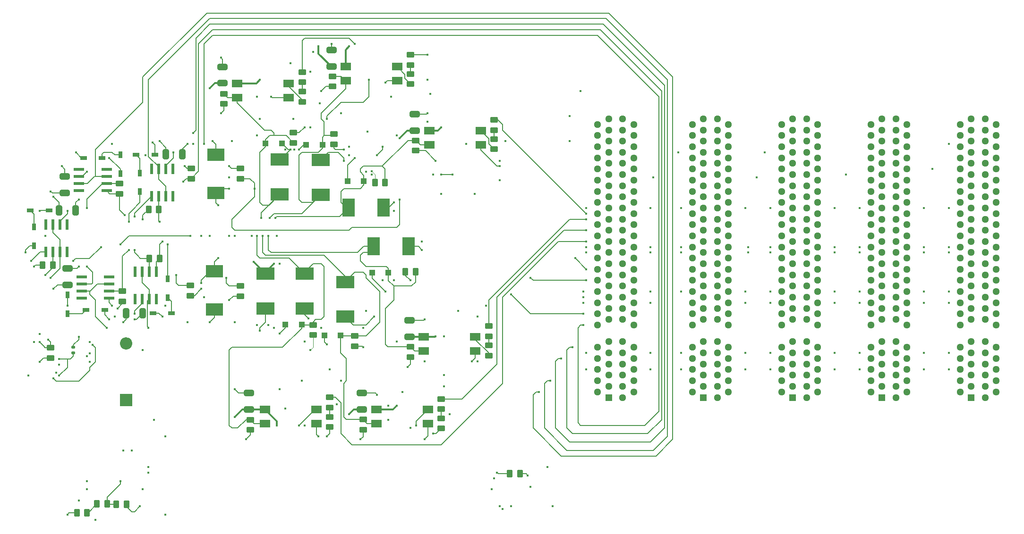
<source format=gbl>
G04 #@! TF.GenerationSoftware,KiCad,Pcbnew,8.0.1*
G04 #@! TF.CreationDate,2024-04-11T19:40:34-05:00*
G04 #@! TF.ProjectId,Backplane,4261636b-706c-4616-9e65-2e6b69636164,rev?*
G04 #@! TF.SameCoordinates,Original*
G04 #@! TF.FileFunction,Copper,L4,Bot*
G04 #@! TF.FilePolarity,Positive*
%FSLAX46Y46*%
G04 Gerber Fmt 4.6, Leading zero omitted, Abs format (unit mm)*
G04 Created by KiCad (PCBNEW 8.0.1) date 2024-04-11 19:40:34*
%MOMM*%
%LPD*%
G01*
G04 APERTURE LIST*
G04 Aperture macros list*
%AMRoundRect*
0 Rectangle with rounded corners*
0 $1 Rounding radius*
0 $2 $3 $4 $5 $6 $7 $8 $9 X,Y pos of 4 corners*
0 Add a 4 corners polygon primitive as box body*
4,1,4,$2,$3,$4,$5,$6,$7,$8,$9,$2,$3,0*
0 Add four circle primitives for the rounded corners*
1,1,$1+$1,$2,$3*
1,1,$1+$1,$4,$5*
1,1,$1+$1,$6,$7*
1,1,$1+$1,$8,$9*
0 Add four rect primitives between the rounded corners*
20,1,$1+$1,$2,$3,$4,$5,0*
20,1,$1+$1,$4,$5,$6,$7,0*
20,1,$1+$1,$6,$7,$8,$9,0*
20,1,$1+$1,$8,$9,$2,$3,0*%
G04 Aperture macros list end*
G04 #@! TA.AperFunction,ComponentPad*
%ADD10R,1.288000X1.288000*%
G04 #@! TD*
G04 #@! TA.AperFunction,ComponentPad*
%ADD11C,1.288000*%
G04 #@! TD*
G04 #@! TA.AperFunction,ComponentPad*
%ADD12O,2.200000X2.200000*%
G04 #@! TD*
G04 #@! TA.AperFunction,ComponentPad*
%ADD13R,2.200000X2.200000*%
G04 #@! TD*
G04 #@! TA.AperFunction,SMDPad,CuDef*
%ADD14R,1.955800X1.346200*%
G04 #@! TD*
G04 #@! TA.AperFunction,SMDPad,CuDef*
%ADD15RoundRect,0.250000X0.450000X-0.262500X0.450000X0.262500X-0.450000X0.262500X-0.450000X-0.262500X0*%
G04 #@! TD*
G04 #@! TA.AperFunction,SMDPad,CuDef*
%ADD16RoundRect,0.250000X-0.262500X-0.450000X0.262500X-0.450000X0.262500X0.450000X-0.262500X0.450000X0*%
G04 #@! TD*
G04 #@! TA.AperFunction,SMDPad,CuDef*
%ADD17R,3.120000X2.290000*%
G04 #@! TD*
G04 #@! TA.AperFunction,SMDPad,CuDef*
%ADD18RoundRect,0.250000X0.650000X-0.325000X0.650000X0.325000X-0.650000X0.325000X-0.650000X-0.325000X0*%
G04 #@! TD*
G04 #@! TA.AperFunction,SMDPad,CuDef*
%ADD19R,0.730000X1.210000*%
G04 #@! TD*
G04 #@! TA.AperFunction,SMDPad,CuDef*
%ADD20R,0.558800X1.981200*%
G04 #@! TD*
G04 #@! TA.AperFunction,SMDPad,CuDef*
%ADD21RoundRect,0.250000X-0.450000X0.262500X-0.450000X-0.262500X0.450000X-0.262500X0.450000X0.262500X0*%
G04 #@! TD*
G04 #@! TA.AperFunction,SMDPad,CuDef*
%ADD22RoundRect,0.250000X-0.325000X-0.650000X0.325000X-0.650000X0.325000X0.650000X-0.325000X0.650000X0*%
G04 #@! TD*
G04 #@! TA.AperFunction,SMDPad,CuDef*
%ADD23R,2.184400X3.200400*%
G04 #@! TD*
G04 #@! TA.AperFunction,SMDPad,CuDef*
%ADD24R,1.210000X0.730000*%
G04 #@! TD*
G04 #@! TA.AperFunction,SMDPad,CuDef*
%ADD25R,1.981200X0.558800*%
G04 #@! TD*
G04 #@! TA.AperFunction,SMDPad,CuDef*
%ADD26R,3.200400X2.184400*%
G04 #@! TD*
G04 #@! TA.AperFunction,SMDPad,CuDef*
%ADD27RoundRect,0.250000X-0.650000X0.325000X-0.650000X-0.325000X0.650000X-0.325000X0.650000X0.325000X0*%
G04 #@! TD*
G04 #@! TA.AperFunction,SMDPad,CuDef*
%ADD28R,1.092200X0.990600*%
G04 #@! TD*
G04 #@! TA.AperFunction,SMDPad,CuDef*
%ADD29RoundRect,0.250000X0.262500X0.450000X-0.262500X0.450000X-0.262500X-0.450000X0.262500X-0.450000X0*%
G04 #@! TD*
G04 #@! TA.AperFunction,SMDPad,CuDef*
%ADD30RoundRect,0.250000X0.325000X0.650000X-0.325000X0.650000X-0.325000X-0.650000X0.325000X-0.650000X0*%
G04 #@! TD*
G04 #@! TA.AperFunction,SMDPad,CuDef*
%ADD31RoundRect,0.135000X0.185000X-0.135000X0.185000X0.135000X-0.185000X0.135000X-0.185000X-0.135000X0*%
G04 #@! TD*
G04 #@! TA.AperFunction,ViaPad*
%ADD32C,0.450000*%
G04 #@! TD*
G04 #@! TA.AperFunction,Conductor*
%ADD33C,0.200000*%
G04 #@! TD*
G04 #@! TA.AperFunction,Conductor*
%ADD34C,0.100000*%
G04 #@! TD*
G04 #@! TA.AperFunction,Conductor*
%ADD35C,0.150000*%
G04 #@! TD*
G04 #@! TA.AperFunction,Conductor*
%ADD36C,0.300000*%
G04 #@! TD*
G04 APERTURE END LIST*
D10*
X323500000Y-115000000D03*
D11*
X321500000Y-114000000D03*
X323500000Y-113000000D03*
X321500000Y-112000000D03*
X323500000Y-111000000D03*
X321500000Y-110000000D03*
X323500000Y-109000000D03*
X321500000Y-108000000D03*
X323500000Y-107000000D03*
X321500000Y-106000000D03*
X323500000Y-105000000D03*
X321500000Y-102000000D03*
X323500000Y-101000000D03*
X321500000Y-100000000D03*
X323500000Y-99000000D03*
X321500000Y-98000000D03*
X323500000Y-97000000D03*
X321500000Y-96000000D03*
X323500000Y-95000000D03*
X321500000Y-94000000D03*
X323500000Y-93000000D03*
X321500000Y-92000000D03*
X323500000Y-91000000D03*
X321500000Y-90000000D03*
X323500000Y-89000000D03*
X321500000Y-88000000D03*
X323500000Y-87000000D03*
X321500000Y-86000000D03*
X323500000Y-85000000D03*
X321500000Y-84000000D03*
X323500000Y-83000000D03*
X321500000Y-82000000D03*
X323500000Y-81000000D03*
X321500000Y-80000000D03*
X323500000Y-79000000D03*
X321500000Y-78000000D03*
X323500000Y-77000000D03*
X321500000Y-76000000D03*
X323500000Y-75000000D03*
X321500000Y-74000000D03*
X323500000Y-73000000D03*
X321500000Y-72000000D03*
X323500000Y-71000000D03*
X321500000Y-70000000D03*
X323500000Y-69000000D03*
X321500000Y-68000000D03*
X323500000Y-67000000D03*
X321500000Y-66000000D03*
X323500000Y-65000000D03*
X326000000Y-115000000D03*
X328000000Y-114000000D03*
X326000000Y-113000000D03*
X328000000Y-112000000D03*
X326000000Y-111000000D03*
X328000000Y-110000000D03*
X326000000Y-109000000D03*
X328000000Y-108000000D03*
X326000000Y-107000000D03*
X328000000Y-106000000D03*
X326000000Y-105000000D03*
X328000000Y-102000000D03*
X326000000Y-101000000D03*
X328000000Y-100000000D03*
X326000000Y-99000000D03*
X328000000Y-98000000D03*
X326000000Y-97000000D03*
X328000000Y-96000000D03*
X326000000Y-95000000D03*
X328000000Y-94000000D03*
X326000000Y-93000000D03*
X328000000Y-92000000D03*
X326000000Y-91000000D03*
X328000000Y-90000000D03*
X326000000Y-89000000D03*
X328000000Y-88000000D03*
X326000000Y-87000000D03*
X328000000Y-86000000D03*
X326000000Y-85000000D03*
X328000000Y-84000000D03*
X326000000Y-83000000D03*
X328000000Y-82000000D03*
X326000000Y-81000000D03*
X328000000Y-80000000D03*
X326000000Y-79000000D03*
X328000000Y-78000000D03*
X326000000Y-77000000D03*
X328000000Y-76000000D03*
X326000000Y-75000000D03*
X328000000Y-74000000D03*
X326000000Y-73000000D03*
X328000000Y-72000000D03*
X326000000Y-71000000D03*
X328000000Y-70000000D03*
X326000000Y-69000000D03*
X328000000Y-68000000D03*
X326000000Y-67000000D03*
X328000000Y-66000000D03*
X326000000Y-65000000D03*
D10*
X258500000Y-115000000D03*
D11*
X256500000Y-114000000D03*
X258500000Y-113000000D03*
X256500000Y-112000000D03*
X258500000Y-111000000D03*
X256500000Y-110000000D03*
X258500000Y-109000000D03*
X256500000Y-108000000D03*
X258500000Y-107000000D03*
X256500000Y-106000000D03*
X258500000Y-105000000D03*
X256500000Y-102000000D03*
X258500000Y-101000000D03*
X256500000Y-100000000D03*
X258500000Y-99000000D03*
X256500000Y-98000000D03*
X258500000Y-97000000D03*
X256500000Y-96000000D03*
X258500000Y-95000000D03*
X256500000Y-94000000D03*
X258500000Y-93000000D03*
X256500000Y-92000000D03*
X258500000Y-91000000D03*
X256500000Y-90000000D03*
X258500000Y-89000000D03*
X256500000Y-88000000D03*
X258500000Y-87000000D03*
X256500000Y-86000000D03*
X258500000Y-85000000D03*
X256500000Y-84000000D03*
X258500000Y-83000000D03*
X256500000Y-82000000D03*
X258500000Y-81000000D03*
X256500000Y-80000000D03*
X258500000Y-79000000D03*
X256500000Y-78000000D03*
X258500000Y-77000000D03*
X256500000Y-76000000D03*
X258500000Y-75000000D03*
X256500000Y-74000000D03*
X258500000Y-73000000D03*
X256500000Y-72000000D03*
X258500000Y-71000000D03*
X256500000Y-70000000D03*
X258500000Y-69000000D03*
X256500000Y-68000000D03*
X258500000Y-67000000D03*
X256500000Y-66000000D03*
X258500000Y-65000000D03*
X261000000Y-115000000D03*
X263000000Y-114000000D03*
X261000000Y-113000000D03*
X263000000Y-112000000D03*
X261000000Y-111000000D03*
X263000000Y-110000000D03*
X261000000Y-109000000D03*
X263000000Y-108000000D03*
X261000000Y-107000000D03*
X263000000Y-106000000D03*
X261000000Y-105000000D03*
X263000000Y-102000000D03*
X261000000Y-101000000D03*
X263000000Y-100000000D03*
X261000000Y-99000000D03*
X263000000Y-98000000D03*
X261000000Y-97000000D03*
X263000000Y-96000000D03*
X261000000Y-95000000D03*
X263000000Y-94000000D03*
X261000000Y-93000000D03*
X263000000Y-92000000D03*
X261000000Y-91000000D03*
X263000000Y-90000000D03*
X261000000Y-89000000D03*
X263000000Y-88000000D03*
X261000000Y-87000000D03*
X263000000Y-86000000D03*
X261000000Y-85000000D03*
X263000000Y-84000000D03*
X261000000Y-83000000D03*
X263000000Y-82000000D03*
X261000000Y-81000000D03*
X263000000Y-80000000D03*
X261000000Y-79000000D03*
X263000000Y-78000000D03*
X261000000Y-77000000D03*
X263000000Y-76000000D03*
X261000000Y-75000000D03*
X263000000Y-74000000D03*
X261000000Y-73000000D03*
X263000000Y-72000000D03*
X261000000Y-71000000D03*
X263000000Y-70000000D03*
X261000000Y-69000000D03*
X263000000Y-68000000D03*
X261000000Y-67000000D03*
X263000000Y-66000000D03*
X261000000Y-65000000D03*
D10*
X275500000Y-115000000D03*
D11*
X273500000Y-114000000D03*
X275500000Y-113000000D03*
X273500000Y-112000000D03*
X275500000Y-111000000D03*
X273500000Y-110000000D03*
X275500000Y-109000000D03*
X273500000Y-108000000D03*
X275500000Y-107000000D03*
X273500000Y-106000000D03*
X275500000Y-105000000D03*
X273500000Y-102000000D03*
X275500000Y-101000000D03*
X273500000Y-100000000D03*
X275500000Y-99000000D03*
X273500000Y-98000000D03*
X275500000Y-97000000D03*
X273500000Y-96000000D03*
X275500000Y-95000000D03*
X273500000Y-94000000D03*
X275500000Y-93000000D03*
X273500000Y-92000000D03*
X275500000Y-91000000D03*
X273500000Y-90000000D03*
X275500000Y-89000000D03*
X273500000Y-88000000D03*
X275500000Y-87000000D03*
X273500000Y-86000000D03*
X275500000Y-85000000D03*
X273500000Y-84000000D03*
X275500000Y-83000000D03*
X273500000Y-82000000D03*
X275500000Y-81000000D03*
X273500000Y-80000000D03*
X275500000Y-79000000D03*
X273500000Y-78000000D03*
X275500000Y-77000000D03*
X273500000Y-76000000D03*
X275500000Y-75000000D03*
X273500000Y-74000000D03*
X275500000Y-73000000D03*
X273500000Y-72000000D03*
X275500000Y-71000000D03*
X273500000Y-70000000D03*
X275500000Y-69000000D03*
X273500000Y-68000000D03*
X275500000Y-67000000D03*
X273500000Y-66000000D03*
X275500000Y-65000000D03*
X278000000Y-115000000D03*
X280000000Y-114000000D03*
X278000000Y-113000000D03*
X280000000Y-112000000D03*
X278000000Y-111000000D03*
X280000000Y-110000000D03*
X278000000Y-109000000D03*
X280000000Y-108000000D03*
X278000000Y-107000000D03*
X280000000Y-106000000D03*
X278000000Y-105000000D03*
X280000000Y-102000000D03*
X278000000Y-101000000D03*
X280000000Y-100000000D03*
X278000000Y-99000000D03*
X280000000Y-98000000D03*
X278000000Y-97000000D03*
X280000000Y-96000000D03*
X278000000Y-95000000D03*
X280000000Y-94000000D03*
X278000000Y-93000000D03*
X280000000Y-92000000D03*
X278000000Y-91000000D03*
X280000000Y-90000000D03*
X278000000Y-89000000D03*
X280000000Y-88000000D03*
X278000000Y-87000000D03*
X280000000Y-86000000D03*
X278000000Y-85000000D03*
X280000000Y-84000000D03*
X278000000Y-83000000D03*
X280000000Y-82000000D03*
X278000000Y-81000000D03*
X280000000Y-80000000D03*
X278000000Y-79000000D03*
X280000000Y-78000000D03*
X278000000Y-77000000D03*
X280000000Y-76000000D03*
X278000000Y-75000000D03*
X280000000Y-74000000D03*
X278000000Y-73000000D03*
X280000000Y-72000000D03*
X278000000Y-71000000D03*
X280000000Y-70000000D03*
X278000000Y-69000000D03*
X280000000Y-68000000D03*
X278000000Y-67000000D03*
X280000000Y-66000000D03*
X278000000Y-65000000D03*
D10*
X307500000Y-115000000D03*
D11*
X305500000Y-114000000D03*
X307500000Y-113000000D03*
X305500000Y-112000000D03*
X307500000Y-111000000D03*
X305500000Y-110000000D03*
X307500000Y-109000000D03*
X305500000Y-108000000D03*
X307500000Y-107000000D03*
X305500000Y-106000000D03*
X307500000Y-105000000D03*
X305500000Y-102000000D03*
X307500000Y-101000000D03*
X305500000Y-100000000D03*
X307500000Y-99000000D03*
X305500000Y-98000000D03*
X307500000Y-97000000D03*
X305500000Y-96000000D03*
X307500000Y-95000000D03*
X305500000Y-94000000D03*
X307500000Y-93000000D03*
X305500000Y-92000000D03*
X307500000Y-91000000D03*
X305500000Y-90000000D03*
X307500000Y-89000000D03*
X305500000Y-88000000D03*
X307500000Y-87000000D03*
X305500000Y-86000000D03*
X307500000Y-85000000D03*
X305500000Y-84000000D03*
X307500000Y-83000000D03*
X305500000Y-82000000D03*
X307500000Y-81000000D03*
X305500000Y-80000000D03*
X307500000Y-79000000D03*
X305500000Y-78000000D03*
X307500000Y-77000000D03*
X305500000Y-76000000D03*
X307500000Y-75000000D03*
X305500000Y-74000000D03*
X307500000Y-73000000D03*
X305500000Y-72000000D03*
X307500000Y-71000000D03*
X305500000Y-70000000D03*
X307500000Y-69000000D03*
X305500000Y-68000000D03*
X307500000Y-67000000D03*
X305500000Y-66000000D03*
X307500000Y-65000000D03*
X310000000Y-115000000D03*
X312000000Y-114000000D03*
X310000000Y-113000000D03*
X312000000Y-112000000D03*
X310000000Y-111000000D03*
X312000000Y-110000000D03*
X310000000Y-109000000D03*
X312000000Y-108000000D03*
X310000000Y-107000000D03*
X312000000Y-106000000D03*
X310000000Y-105000000D03*
X312000000Y-102000000D03*
X310000000Y-101000000D03*
X312000000Y-100000000D03*
X310000000Y-99000000D03*
X312000000Y-98000000D03*
X310000000Y-97000000D03*
X312000000Y-96000000D03*
X310000000Y-95000000D03*
X312000000Y-94000000D03*
X310000000Y-93000000D03*
X312000000Y-92000000D03*
X310000000Y-91000000D03*
X312000000Y-90000000D03*
X310000000Y-89000000D03*
X312000000Y-88000000D03*
X310000000Y-87000000D03*
X312000000Y-86000000D03*
X310000000Y-85000000D03*
X312000000Y-84000000D03*
X310000000Y-83000000D03*
X312000000Y-82000000D03*
X310000000Y-81000000D03*
X312000000Y-80000000D03*
X310000000Y-79000000D03*
X312000000Y-78000000D03*
X310000000Y-77000000D03*
X312000000Y-76000000D03*
X310000000Y-75000000D03*
X312000000Y-74000000D03*
X310000000Y-73000000D03*
X312000000Y-72000000D03*
X310000000Y-71000000D03*
X312000000Y-70000000D03*
X310000000Y-69000000D03*
X312000000Y-68000000D03*
X310000000Y-67000000D03*
X312000000Y-66000000D03*
X310000000Y-65000000D03*
D10*
X291500000Y-115000000D03*
D11*
X289500000Y-114000000D03*
X291500000Y-113000000D03*
X289500000Y-112000000D03*
X291500000Y-111000000D03*
X289500000Y-110000000D03*
X291500000Y-109000000D03*
X289500000Y-108000000D03*
X291500000Y-107000000D03*
X289500000Y-106000000D03*
X291500000Y-105000000D03*
X289500000Y-102000000D03*
X291500000Y-101000000D03*
X289500000Y-100000000D03*
X291500000Y-99000000D03*
X289500000Y-98000000D03*
X291500000Y-97000000D03*
X289500000Y-96000000D03*
X291500000Y-95000000D03*
X289500000Y-94000000D03*
X291500000Y-93000000D03*
X289500000Y-92000000D03*
X291500000Y-91000000D03*
X289500000Y-90000000D03*
X291500000Y-89000000D03*
X289500000Y-88000000D03*
X291500000Y-87000000D03*
X289500000Y-86000000D03*
X291500000Y-85000000D03*
X289500000Y-84000000D03*
X291500000Y-83000000D03*
X289500000Y-82000000D03*
X291500000Y-81000000D03*
X289500000Y-80000000D03*
X291500000Y-79000000D03*
X289500000Y-78000000D03*
X291500000Y-77000000D03*
X289500000Y-76000000D03*
X291500000Y-75000000D03*
X289500000Y-74000000D03*
X291500000Y-73000000D03*
X289500000Y-72000000D03*
X291500000Y-71000000D03*
X289500000Y-70000000D03*
X291500000Y-69000000D03*
X289500000Y-68000000D03*
X291500000Y-67000000D03*
X289500000Y-66000000D03*
X291500000Y-65000000D03*
X294000000Y-115000000D03*
X296000000Y-114000000D03*
X294000000Y-113000000D03*
X296000000Y-112000000D03*
X294000000Y-111000000D03*
X296000000Y-110000000D03*
X294000000Y-109000000D03*
X296000000Y-108000000D03*
X294000000Y-107000000D03*
X296000000Y-106000000D03*
X294000000Y-105000000D03*
X296000000Y-102000000D03*
X294000000Y-101000000D03*
X296000000Y-100000000D03*
X294000000Y-99000000D03*
X296000000Y-98000000D03*
X294000000Y-97000000D03*
X296000000Y-96000000D03*
X294000000Y-95000000D03*
X296000000Y-94000000D03*
X294000000Y-93000000D03*
X296000000Y-92000000D03*
X294000000Y-91000000D03*
X296000000Y-90000000D03*
X294000000Y-89000000D03*
X296000000Y-88000000D03*
X294000000Y-87000000D03*
X296000000Y-86000000D03*
X294000000Y-85000000D03*
X296000000Y-84000000D03*
X294000000Y-83000000D03*
X296000000Y-82000000D03*
X294000000Y-81000000D03*
X296000000Y-80000000D03*
X294000000Y-79000000D03*
X296000000Y-78000000D03*
X294000000Y-77000000D03*
X296000000Y-76000000D03*
X294000000Y-75000000D03*
X296000000Y-74000000D03*
X294000000Y-73000000D03*
X296000000Y-72000000D03*
X294000000Y-71000000D03*
X296000000Y-70000000D03*
X294000000Y-69000000D03*
X296000000Y-68000000D03*
X294000000Y-67000000D03*
X296000000Y-66000000D03*
X294000000Y-65000000D03*
D12*
X172000000Y-105340000D03*
D13*
X172000000Y-115500000D03*
D14*
X201110101Y-58629999D03*
X201110101Y-61169999D03*
X191889901Y-61169999D03*
X191889901Y-58629999D03*
D15*
X237963098Y-70454999D03*
X237963098Y-68629999D03*
D16*
X216587501Y-76399999D03*
X218412501Y-76399999D03*
D17*
X187860404Y-99244397D03*
X187860404Y-92384397D03*
D18*
X222824034Y-104141695D03*
X222824034Y-101191695D03*
D16*
X157022528Y-91244660D03*
X158847528Y-91244660D03*
D15*
X237009453Y-107462544D03*
X237009453Y-105637544D03*
D19*
X174500001Y-74719999D03*
X174500001Y-78079999D03*
D20*
X161405001Y-88863799D03*
X160135001Y-88863799D03*
X158865001Y-88863799D03*
X157595001Y-88863799D03*
X157595001Y-83936199D03*
X158865001Y-83936199D03*
X160135001Y-83936199D03*
X161405001Y-83936199D03*
D19*
X170992247Y-74827096D03*
X170992247Y-71467096D03*
D15*
X223000001Y-55312499D03*
X223000001Y-53487499D03*
X222975069Y-107718259D03*
X222975069Y-105893259D03*
D14*
X235610101Y-67129999D03*
X235610101Y-69669999D03*
X226389901Y-69669999D03*
X226389901Y-67129999D03*
D15*
X205500001Y-103812499D03*
X205500001Y-101987499D03*
D16*
X222087501Y-92399999D03*
X223912501Y-92399999D03*
D21*
X202000001Y-67487499D03*
X202000001Y-69312499D03*
D15*
X209270325Y-69558957D03*
X209270325Y-67733957D03*
D19*
X155500001Y-84399999D03*
X155500001Y-87759999D03*
D22*
X179135286Y-71345528D03*
X182085286Y-71345528D03*
D15*
X158500000Y-107902500D03*
X158500000Y-106077500D03*
D20*
X173595001Y-92436199D03*
X174865001Y-92436199D03*
X176135001Y-92436199D03*
X177405001Y-92436199D03*
X177405001Y-97363799D03*
X176135001Y-97363799D03*
X174865001Y-97363799D03*
X173595001Y-97363799D03*
D21*
X183680001Y-73899999D03*
X183680001Y-75724999D03*
D15*
X170837129Y-78454475D03*
X170837129Y-76629475D03*
D23*
X216375801Y-87899999D03*
X222624201Y-87899999D03*
D15*
X213000001Y-105812499D03*
X213000001Y-103987499D03*
D24*
X177180001Y-71399999D03*
X173820001Y-71399999D03*
X167716201Y-71994999D03*
X164356201Y-71994999D03*
D25*
X168963801Y-93399999D03*
X168963801Y-94669999D03*
X168963801Y-95939999D03*
X168963801Y-97209999D03*
X164036201Y-97209999D03*
X164036201Y-95939999D03*
X164036201Y-94669999D03*
X164036201Y-93399999D03*
D18*
X161500001Y-94779999D03*
X161500001Y-91829999D03*
D15*
X228481375Y-120573255D03*
X228481375Y-118748255D03*
D26*
X199558728Y-78566143D03*
X199558728Y-72317743D03*
D16*
X170249488Y-134152359D03*
X172074488Y-134152359D03*
D18*
X208805649Y-55622331D03*
X208805649Y-52672331D03*
D15*
X237018451Y-103992157D03*
X237018451Y-102167157D03*
D25*
X168500001Y-74089999D03*
X168500001Y-75359999D03*
X168500001Y-76629999D03*
X168500001Y-77899999D03*
X163572401Y-77899999D03*
X163572401Y-76629999D03*
X163572401Y-75359999D03*
X163572401Y-74089999D03*
D26*
X206853470Y-78615556D03*
X206853470Y-72367156D03*
D27*
X161021549Y-75367903D03*
X161021549Y-78317903D03*
D19*
X161500001Y-96624999D03*
X161500001Y-99984999D03*
D28*
X219030366Y-92571494D03*
X216083966Y-92571494D03*
D29*
X177987760Y-90063992D03*
X176162760Y-90063992D03*
D28*
X214634566Y-76169550D03*
X211688166Y-76169550D03*
D15*
X228481375Y-117094088D03*
X228481375Y-115269088D03*
X203557327Y-58425495D03*
X203557327Y-56600495D03*
D26*
X197000001Y-92775799D03*
X197000001Y-99024199D03*
D17*
X188099616Y-71464622D03*
X188099616Y-78324622D03*
D23*
X211875801Y-80899999D03*
X218124201Y-80899999D03*
D24*
X176798022Y-99845527D03*
X180158022Y-99845527D03*
D14*
X226110101Y-117129999D03*
X226110101Y-119669999D03*
X216889901Y-119669999D03*
X216889901Y-117129999D03*
D15*
X208500001Y-120312499D03*
X208500001Y-118487499D03*
D18*
X194042016Y-117148523D03*
X194042016Y-114198523D03*
D30*
X174975001Y-99899999D03*
X172025001Y-99899999D03*
D31*
X162500000Y-107000000D03*
X162500000Y-105980000D03*
D20*
X180405001Y-78863799D03*
X179135001Y-78863799D03*
X177865001Y-78863799D03*
X176595001Y-78863799D03*
X176595001Y-73936199D03*
X177865001Y-73936199D03*
X179135001Y-73936199D03*
X180405001Y-73936199D03*
D15*
X208500001Y-116812499D03*
X208500001Y-114987499D03*
D16*
X163195032Y-135696515D03*
X165020032Y-135696515D03*
D15*
X223013660Y-58759518D03*
X223013660Y-56934518D03*
X237967326Y-67007126D03*
X237967326Y-65182126D03*
D18*
X223768679Y-67132901D03*
X223768679Y-64182901D03*
D15*
X203557327Y-61916182D03*
X203557327Y-60091182D03*
D24*
X158180001Y-81399999D03*
X154820001Y-81399999D03*
D29*
X242603372Y-128694182D03*
X240778372Y-128694182D03*
D15*
X194284402Y-120812499D03*
X194284402Y-118987499D03*
D28*
X210473201Y-103899999D03*
X207526801Y-103899999D03*
D14*
X234610101Y-104129999D03*
X234610101Y-106669999D03*
X225389901Y-106669999D03*
X225389901Y-104129999D03*
D22*
X160025001Y-81399999D03*
X162975001Y-81399999D03*
D15*
X171367739Y-97764136D03*
X171367739Y-95939136D03*
D26*
X211254190Y-94269128D03*
X211254190Y-100517528D03*
D15*
X208981514Y-59167079D03*
X208981514Y-57342079D03*
D28*
X203473201Y-101899999D03*
X200526801Y-101899999D03*
D15*
X214474753Y-120794170D03*
X214474753Y-118969170D03*
D26*
X204000001Y-92775799D03*
X204000001Y-99024199D03*
D18*
X189304085Y-58608534D03*
X189304085Y-55658534D03*
D28*
X207206982Y-69662111D03*
X204260582Y-69662111D03*
D15*
X183500001Y-96724999D03*
X183500001Y-94899999D03*
X192500001Y-96812499D03*
X192500001Y-94987499D03*
D16*
X166774916Y-134130563D03*
X168599916Y-134130563D03*
D19*
X179500001Y-97079999D03*
X179500001Y-93719999D03*
D14*
X220610101Y-55629999D03*
X220610101Y-58169999D03*
X211389901Y-58169999D03*
X211389901Y-55629999D03*
D21*
X192500001Y-73899999D03*
X192500001Y-75724999D03*
D15*
X223949686Y-70703074D03*
X223949686Y-68878074D03*
D24*
X164820001Y-99304999D03*
X168180001Y-99304999D03*
D15*
X189500001Y-62312499D03*
X189500001Y-60487499D03*
D14*
X206110101Y-117129999D03*
X206110101Y-119669999D03*
X196889901Y-119669999D03*
X196889901Y-117129999D03*
D18*
X214221304Y-117177145D03*
X214221304Y-114227145D03*
D16*
X176040356Y-81263277D03*
X177865356Y-81263277D03*
D28*
X197026801Y-69399999D03*
X199973201Y-69399999D03*
D32*
X175000000Y-106500000D03*
X179000000Y-136000000D03*
X218500000Y-96000000D03*
X244000000Y-129000000D03*
X287500000Y-98000000D03*
X299000000Y-88000000D03*
X184000000Y-69500000D03*
X156500000Y-81500000D03*
X199500000Y-103500000D03*
X213000000Y-72000000D03*
X187000000Y-86000000D03*
X165499999Y-108590001D03*
X254500000Y-89000000D03*
X217000000Y-114500000D03*
X226000000Y-65500000D03*
X299000000Y-81000000D03*
X176000000Y-127500000D03*
X319500000Y-69500000D03*
X211000000Y-70500000D03*
X303500000Y-88000000D03*
X299000000Y-98000000D03*
X287500000Y-96000000D03*
X215000000Y-99500000D03*
X266000000Y-81000000D03*
X191500000Y-86000000D03*
X239000000Y-73500000D03*
X200500000Y-70500000D03*
X204000000Y-66500000D03*
X187500000Y-69000000D03*
X315000000Y-98000000D03*
X271500000Y-88000000D03*
X220000000Y-81500000D03*
X175000000Y-83000000D03*
X216000000Y-74370997D03*
X199500000Y-113500000D03*
X154499999Y-111090001D03*
X220500000Y-105000000D03*
X271000000Y-71000000D03*
X195500000Y-68000000D03*
X220500000Y-68000000D03*
X235000000Y-108500000D03*
X227000000Y-75000000D03*
X190500000Y-86000000D03*
X210500000Y-64000000D03*
X303500000Y-81000000D03*
X218000000Y-94000000D03*
X220000000Y-94000000D03*
X161500000Y-98500000D03*
X208805649Y-51500000D03*
X190500000Y-97500000D03*
X155500000Y-91500000D03*
X240000000Y-69000000D03*
X175500000Y-71500000D03*
X266000000Y-89000000D03*
X266000000Y-96000000D03*
X299000000Y-96000000D03*
X226000000Y-58000000D03*
X220000000Y-80000000D03*
X271500000Y-96000000D03*
X186000000Y-97000000D03*
X176750000Y-69250000D03*
X283000000Y-110000000D03*
X178500000Y-87000000D03*
X319500000Y-88000000D03*
X165000000Y-131500000D03*
X204000000Y-120000000D03*
X211000000Y-72500000D03*
X195500000Y-61000000D03*
X215000000Y-74500000D03*
X225000000Y-88500000D03*
X254500000Y-107000000D03*
X237500000Y-131500000D03*
X187000000Y-101500000D03*
X204000000Y-105000000D03*
X266000000Y-107000000D03*
X205500000Y-53000000D03*
X198000000Y-61000000D03*
X198500000Y-102500000D03*
X157500000Y-86000000D03*
X170500000Y-99000000D03*
X205000000Y-66500000D03*
X287500000Y-107000000D03*
X319500000Y-98000000D03*
X158500000Y-78000000D03*
X159499999Y-110590001D03*
X299000000Y-89000000D03*
X254000000Y-96000000D03*
X248500000Y-134500000D03*
X219000000Y-116500000D03*
X189000000Y-64000000D03*
X182500000Y-73500000D03*
X266000000Y-110000000D03*
X202000000Y-65000000D03*
X212000000Y-71500000D03*
X214500000Y-106000000D03*
X190500000Y-75500000D03*
X183000000Y-101500000D03*
X254500000Y-88000000D03*
X315000000Y-107000000D03*
X266000000Y-88000000D03*
X222500000Y-109500000D03*
X225500000Y-108500000D03*
X254500000Y-110000000D03*
X165499999Y-107090001D03*
X283500000Y-89000000D03*
X165000000Y-130000000D03*
X239000000Y-76000000D03*
X229000000Y-111000000D03*
X202129003Y-70500000D03*
X303500000Y-89000000D03*
X189000000Y-54000000D03*
X226000000Y-64000000D03*
X191000000Y-69000000D03*
X283000000Y-107000000D03*
X319500000Y-89000000D03*
X236500000Y-98500000D03*
X203000000Y-70500000D03*
X169500000Y-69500000D03*
X216000000Y-75000000D03*
X169500000Y-98500000D03*
X254500000Y-81000000D03*
X234500000Y-78500000D03*
X175000000Y-131500000D03*
X287500000Y-110000000D03*
X271500000Y-81000000D03*
X176000000Y-128500000D03*
X287500000Y-88000000D03*
X191500000Y-113500000D03*
X225500000Y-101000000D03*
X239500000Y-135000000D03*
X227500000Y-72500000D03*
X194500000Y-86000000D03*
X201500000Y-70500000D03*
X319500000Y-96000000D03*
X283000000Y-81000000D03*
X315000000Y-96000000D03*
X209750000Y-116250000D03*
X285000000Y-75500000D03*
X301000000Y-75000000D03*
X185500000Y-86000000D03*
X319500000Y-107000000D03*
X163500000Y-79500000D03*
X170000000Y-100500000D03*
X207000000Y-60000000D03*
X207000000Y-102500000D03*
X319500000Y-81000000D03*
X234000000Y-108500000D03*
X316500000Y-74000000D03*
X287500000Y-89000000D03*
X286500000Y-71000000D03*
X193500000Y-122500000D03*
X155000000Y-90500000D03*
X315000000Y-81000000D03*
X251500000Y-64500000D03*
X303500000Y-98000000D03*
X173500000Y-82500000D03*
X208000000Y-105500000D03*
X159999999Y-109090001D03*
X190500000Y-73500000D03*
X315000000Y-110000000D03*
X191500000Y-101500000D03*
X199000000Y-86000000D03*
X195500000Y-102000000D03*
X315000000Y-88000000D03*
X185500000Y-95500000D03*
X287500000Y-81000000D03*
X303500000Y-96000000D03*
X206500000Y-122000000D03*
X208500000Y-110000000D03*
X225000000Y-87000000D03*
X212000000Y-70000000D03*
X283000000Y-98000000D03*
X283000000Y-96000000D03*
X205000000Y-106500000D03*
X253500000Y-60000000D03*
X161500000Y-136000000D03*
X271500000Y-107000000D03*
X247500000Y-127500000D03*
X196000000Y-103000000D03*
X283500000Y-88000000D03*
X223000000Y-94000000D03*
X171500000Y-101500000D03*
X216500000Y-100500000D03*
X266000000Y-98000000D03*
X218500000Y-58500000D03*
X179000000Y-98500000D03*
X271500000Y-110000000D03*
X254000000Y-98000000D03*
X238000000Y-129500000D03*
X271500000Y-89000000D03*
X303500000Y-107000000D03*
X225500000Y-122500000D03*
X206750000Y-62250000D03*
X163500000Y-133500000D03*
X163500000Y-91500000D03*
X251500000Y-69000000D03*
X315000000Y-89000000D03*
X204660339Y-100812426D03*
X183000000Y-69500000D03*
X214000000Y-122500000D03*
X319500000Y-110000000D03*
X169000000Y-72000000D03*
X299000000Y-107000000D03*
X171750000Y-82250000D03*
X223000000Y-120500000D03*
X299000000Y-110000000D03*
X214500000Y-102500000D03*
X303500000Y-110000000D03*
X230000000Y-118000000D03*
X266500000Y-75500000D03*
X178500000Y-100500000D03*
X239000000Y-134500000D03*
X164999999Y-107590001D03*
X165499999Y-105090001D03*
X254000000Y-97000000D03*
X166500000Y-137000000D03*
X241000000Y-134500000D03*
X252000000Y-106000000D03*
X182250000Y-76250000D03*
X181000000Y-93000000D03*
X186000000Y-69500000D03*
X188500000Y-80500000D03*
X190500000Y-77500000D03*
X254000000Y-102000000D03*
X188500000Y-90000000D03*
X185500000Y-94500000D03*
X254000000Y-100000000D03*
X241000000Y-96500000D03*
X195000000Y-77500000D03*
X221000000Y-79500000D03*
X212000000Y-52000000D03*
X177000000Y-119000000D03*
X229000000Y-104000000D03*
X171500000Y-124500000D03*
X212000000Y-118000000D03*
X194862101Y-90637899D03*
X228500000Y-78500000D03*
X199000000Y-120000000D03*
X219000000Y-119000000D03*
X173000000Y-124500000D03*
X198500000Y-91000000D03*
X206500000Y-52000000D03*
X191500000Y-118500000D03*
X220500000Y-116500000D03*
X196000000Y-65000000D03*
X199500000Y-91000000D03*
X221000000Y-68500000D03*
X215250000Y-67250000D03*
X197500000Y-102000000D03*
X179000000Y-122000000D03*
X196000000Y-58000000D03*
X187000000Y-59500000D03*
X227500000Y-104000000D03*
X228500000Y-66500000D03*
X200500000Y-117000000D03*
X171000000Y-130000000D03*
X190000000Y-93500000D03*
X238500000Y-128500000D03*
X159999999Y-111090001D03*
X159999999Y-108090001D03*
X165999999Y-105590001D03*
X158999999Y-111590001D03*
X208000000Y-65000000D03*
X215500000Y-58000000D03*
X217000000Y-71500000D03*
X218000000Y-70000000D03*
X195500000Y-86000000D03*
X228500000Y-75000000D03*
X230500000Y-75000000D03*
X198750000Y-82750000D03*
X196250000Y-82750000D03*
X196500000Y-86000000D03*
X197750000Y-82750000D03*
X197500000Y-86000000D03*
X201500000Y-55000000D03*
X231500000Y-99500000D03*
X205000000Y-56500000D03*
X226500000Y-60500000D03*
X239000000Y-72500000D03*
X233000000Y-69500000D03*
X244500000Y-131000000D03*
X221500000Y-114000000D03*
X210500000Y-112000000D03*
X229000000Y-113000000D03*
X235000000Y-100500000D03*
X203500000Y-112000000D03*
X219500000Y-61000000D03*
X176000000Y-102500000D03*
X184000000Y-67500000D03*
X250000000Y-108000000D03*
X158500000Y-93500000D03*
X244500000Y-93500000D03*
X254500000Y-94000000D03*
X168500000Y-102500000D03*
X252500000Y-90000000D03*
X254500000Y-92000000D03*
X246000000Y-114000000D03*
X248000000Y-112000000D03*
X254500000Y-87000000D03*
X213000000Y-51500000D03*
X254500000Y-85000000D03*
X226000000Y-53500000D03*
X254500000Y-83000000D03*
X254500000Y-82000000D03*
X159000000Y-79000000D03*
X159000000Y-95500000D03*
X173500000Y-101000000D03*
X165000000Y-74500000D03*
X154000000Y-89000000D03*
X161500000Y-81500000D03*
X169000000Y-101000000D03*
X155499999Y-105090001D03*
X165000000Y-91500000D03*
X173500000Y-100000000D03*
X160500000Y-73500000D03*
X156499999Y-105090001D03*
X156499999Y-103590001D03*
X163000000Y-71000000D03*
X178000000Y-69000000D03*
X172500000Y-83500000D03*
X180500000Y-71000000D03*
X179500000Y-87500000D03*
X157999999Y-104590001D03*
X162500000Y-90500000D03*
X157500000Y-93000000D03*
X167500000Y-88000000D03*
X165000000Y-81000000D03*
X183500000Y-86000000D03*
X171000000Y-87500000D03*
X172500000Y-88500000D03*
X178000000Y-83500000D03*
X173500000Y-88500000D03*
X156499999Y-108590001D03*
X163499999Y-104090001D03*
X227000000Y-121500000D03*
X224000000Y-120000000D03*
X208000000Y-122000000D03*
X203000000Y-120000000D03*
X174500000Y-134500000D03*
D33*
X189500001Y-62312499D02*
X189500001Y-63499999D01*
X161021549Y-78317903D02*
X158817903Y-78317903D01*
D34*
X205500001Y-103812499D02*
X205500001Y-105999999D01*
D33*
X156600001Y-81399999D02*
X156500000Y-81500000D01*
X203837889Y-69662111D02*
X203000000Y-70500000D01*
X194284402Y-121715598D02*
X193500000Y-122500000D01*
X169054477Y-78454475D02*
X168500001Y-77899999D01*
X155755340Y-91244660D02*
X155500000Y-91500000D01*
X184275001Y-96724999D02*
X185500000Y-95500000D01*
X208220626Y-71000000D02*
X210000000Y-71000000D01*
X225500000Y-122500000D02*
X226110101Y-121889899D01*
X192500001Y-73899999D02*
X190899999Y-73899999D01*
X199682257Y-72317743D02*
X199558728Y-72317743D01*
X234610101Y-106669999D02*
X234610101Y-107889899D01*
X177987760Y-87512240D02*
X178500000Y-87000000D01*
X192198523Y-114198523D02*
X191500000Y-113500000D01*
X214474753Y-122025247D02*
X214000000Y-122500000D01*
X202000001Y-67487499D02*
X203012501Y-67487499D01*
X238500000Y-73500000D02*
X235610101Y-70610101D01*
X175000000Y-82303633D02*
X175000000Y-83000000D01*
X207526801Y-105026801D02*
X208000000Y-105500000D01*
X177405001Y-92436199D02*
X177405001Y-90646751D01*
X201500000Y-70500000D02*
X201073202Y-70500000D01*
D35*
X213000001Y-105812499D02*
X214312499Y-105812499D01*
D33*
X189500001Y-63499999D02*
X189000000Y-64000000D01*
X210000000Y-71000000D02*
X211000000Y-72000000D01*
X225817099Y-64182901D02*
X226000000Y-64000000D01*
X156636201Y-88863799D02*
X155000000Y-90500000D01*
X208981514Y-59167079D02*
X207832921Y-59167079D01*
X203012501Y-67487499D02*
X204000000Y-66500000D01*
X196996000Y-99028200D02*
X196996000Y-101504000D01*
X223768679Y-64182901D02*
X225817099Y-64182901D01*
X214474753Y-120794170D02*
X214474753Y-122025247D01*
X207832921Y-59167079D02*
X207000000Y-60000000D01*
X206853470Y-72367156D02*
X208220626Y-71000000D01*
X215000000Y-102000000D02*
X212736662Y-102000000D01*
X171750000Y-82250000D02*
X170837129Y-81337129D01*
X187860404Y-99244397D02*
X187860404Y-100639596D01*
X207526801Y-103899999D02*
X207526801Y-105026801D01*
X222824034Y-101191695D02*
X225308305Y-101191695D01*
X209270325Y-69558957D02*
X209270325Y-70270325D01*
X176040356Y-81263277D02*
X175000000Y-82303633D01*
X201110101Y-61169999D02*
X198169999Y-61169999D01*
X204000001Y-100152088D02*
X204660339Y-100812426D01*
X225308305Y-101191695D02*
X225500000Y-101000000D01*
X197000001Y-99024199D02*
X196996000Y-99028200D01*
X177845527Y-99845527D02*
X178500000Y-100500000D01*
X206110101Y-121610101D02*
X206500000Y-122000000D01*
X182085286Y-70414714D02*
X183000000Y-69500000D01*
X173500000Y-81958800D02*
X173500000Y-82500000D01*
X214221304Y-114227145D02*
X216727145Y-114227145D01*
X222975069Y-109024931D02*
X222500000Y-109500000D01*
X171367739Y-97764136D02*
X171367739Y-98132261D01*
X172025001Y-99899999D02*
X172025001Y-100974999D01*
X225000000Y-88500000D02*
X224399999Y-87899999D01*
X242603372Y-128694182D02*
X243694182Y-128694182D01*
D35*
X162975001Y-81399999D02*
X162975001Y-80024999D01*
D33*
X183500001Y-96724999D02*
X184275001Y-96724999D01*
X187860404Y-100639596D02*
X187000000Y-101500000D01*
X163195032Y-135696515D02*
X161803485Y-135696515D01*
X239000000Y-73500000D02*
X238500000Y-73500000D01*
D34*
X216587501Y-74958498D02*
X216000000Y-74370997D01*
D33*
X198169999Y-61169999D02*
X198000000Y-61000000D01*
X234610101Y-107889899D02*
X234000000Y-108500000D01*
X216500000Y-100500000D02*
X215000000Y-102000000D01*
X224399999Y-87899999D02*
X222624201Y-87899999D01*
X243694182Y-128694182D02*
X244000000Y-129000000D01*
X209500000Y-70500000D02*
X211000000Y-70500000D01*
X222975069Y-107718259D02*
X222975069Y-109024931D01*
X196000000Y-102500000D02*
X196000000Y-103000000D01*
X211000000Y-72000000D02*
X211000000Y-72500000D01*
X201073202Y-70500000D02*
X199973201Y-69399999D01*
X188099616Y-69599616D02*
X187500000Y-69000000D01*
X157595001Y-88863799D02*
X156636201Y-88863799D01*
X194284402Y-120812499D02*
X194284402Y-121715598D01*
X161803485Y-135696515D02*
X161500000Y-136000000D01*
X177180001Y-69680001D02*
X177180001Y-71399999D01*
X170837129Y-78454475D02*
X169054477Y-78454475D01*
D34*
X216587501Y-76399999D02*
X216587501Y-74958498D01*
D35*
X214312499Y-105812499D02*
X214500000Y-106000000D01*
D33*
X158180001Y-81399999D02*
X156600001Y-81399999D01*
X190899999Y-73899999D02*
X190500000Y-73500000D01*
X220610101Y-58169999D02*
X218830001Y-58169999D01*
X158817903Y-78317903D02*
X158500000Y-78000000D01*
X177987760Y-90063992D02*
X177987760Y-87512240D01*
X200526801Y-102473199D02*
X199500000Y-103500000D01*
X182899999Y-73899999D02*
X183680001Y-73899999D01*
X188099616Y-71464622D02*
X188099616Y-69599616D01*
X201500000Y-70500000D02*
X199682257Y-72317743D01*
X171367739Y-98132261D02*
X170500000Y-99000000D01*
X194042016Y-114198523D02*
X192198523Y-114198523D01*
X161500001Y-91829999D02*
X163170001Y-91829999D01*
X161500001Y-96624999D02*
X161500000Y-98500000D01*
X200526801Y-101899999D02*
X200526801Y-102473199D01*
X157022528Y-91244660D02*
X155755340Y-91244660D01*
X226110101Y-121889899D02*
X226110101Y-119669999D01*
X209270325Y-70270325D02*
X209500000Y-70500000D01*
D35*
X223000000Y-94000000D02*
X222087501Y-93087501D01*
D33*
X212736662Y-102000000D02*
X211254190Y-100517528D01*
X211688166Y-76169550D02*
X211688166Y-73311834D01*
D34*
X205500001Y-105999999D02*
X205000000Y-106500000D01*
D33*
X168963801Y-97209999D02*
X168963801Y-97963801D01*
X177405001Y-90646751D02*
X177987760Y-90063992D01*
X191187501Y-96812499D02*
X192500001Y-96812499D01*
X211688166Y-73311834D02*
X213000000Y-72000000D01*
X216083966Y-92571494D02*
X216083966Y-93583966D01*
D35*
X162975001Y-80024999D02*
X163500000Y-79500000D01*
D33*
X204260582Y-69662111D02*
X203837889Y-69662111D01*
X219100001Y-80899999D02*
X218124201Y-80899999D01*
X204000001Y-99024199D02*
X204000001Y-100152088D01*
X216083966Y-93583966D02*
X218500000Y-96000000D01*
X170992247Y-74827096D02*
X170992247Y-73992247D01*
X190500000Y-97500000D02*
X191187501Y-96812499D01*
X163170001Y-91829999D02*
X163500000Y-91500000D01*
X225703074Y-70703074D02*
X227500000Y-72500000D01*
X170837129Y-81337129D02*
X170837129Y-78454475D01*
X258500000Y-81000000D02*
X258000000Y-81000000D01*
X235610101Y-70610101D02*
X235610101Y-69669999D01*
X223949686Y-70703074D02*
X225703074Y-70703074D01*
X176750000Y-69250000D02*
X177180001Y-69680001D01*
X182500000Y-73500000D02*
X182899999Y-73899999D01*
X182085286Y-71345528D02*
X182085286Y-70414714D01*
X170992247Y-73992247D02*
X169000000Y-72000000D01*
X220000000Y-80000000D02*
X219100001Y-80899999D01*
X189304085Y-55658534D02*
X189304085Y-54304085D01*
X168963801Y-97963801D02*
X169500000Y-98500000D01*
X206110101Y-119669999D02*
X206110101Y-121610101D01*
D35*
X208805649Y-51500000D02*
X208805649Y-52672331D01*
D33*
X176798022Y-99845527D02*
X177845527Y-99845527D01*
X216727145Y-114227145D02*
X217000000Y-114500000D01*
X218830001Y-58169999D02*
X218500000Y-58500000D01*
X196996000Y-101504000D02*
X196000000Y-102500000D01*
D35*
X222087501Y-93087501D02*
X222087501Y-92399999D01*
D33*
X189304085Y-54304085D02*
X189000000Y-54000000D01*
X172025001Y-100974999D02*
X171500000Y-101500000D01*
X176595001Y-78863799D02*
X173500000Y-81958800D01*
X252000000Y-121500000D02*
X265500000Y-121500000D01*
X182775001Y-75724999D02*
X183680001Y-75724999D01*
X182250000Y-76250000D02*
X182775001Y-75724999D01*
X185000000Y-51500000D02*
X185000000Y-74405000D01*
X185000000Y-74405000D02*
X183680001Y-75724999D01*
X265500000Y-121500000D02*
X268000000Y-119000000D01*
X251500000Y-106000000D02*
X251000000Y-106500000D01*
X251000000Y-120500000D02*
X252000000Y-121500000D01*
X268000000Y-119000000D02*
X268000000Y-60000000D01*
X252000000Y-106000000D02*
X251500000Y-106000000D01*
X251000000Y-106500000D02*
X251000000Y-120500000D01*
X268000000Y-60000000D02*
X257000000Y-49000000D01*
X257000000Y-49000000D02*
X187500000Y-49000000D01*
X187500000Y-49000000D02*
X185000000Y-51500000D01*
X181000000Y-94500000D02*
X181399999Y-94899999D01*
X181399999Y-94899999D02*
X183500001Y-94899999D01*
X181000000Y-93000000D02*
X181000000Y-94500000D01*
X253500000Y-102000000D02*
X253000000Y-102500000D01*
X188500000Y-80500000D02*
X188099616Y-80099616D01*
X188099616Y-78324622D02*
X188924238Y-77500000D01*
X256500000Y-50000000D02*
X187500000Y-50000000D01*
X267500000Y-61000000D02*
X256500000Y-50000000D01*
X253500000Y-120000000D02*
X265000000Y-120000000D01*
X265000000Y-120000000D02*
X267500000Y-117500000D01*
X187500000Y-50000000D02*
X186000000Y-51500000D01*
X267500000Y-117500000D02*
X267500000Y-61000000D01*
X186000000Y-51500000D02*
X186000000Y-69500000D01*
X254000000Y-102000000D02*
X253500000Y-102000000D01*
X253000000Y-102500000D02*
X253000000Y-119500000D01*
X188924238Y-77500000D02*
X190500000Y-77500000D01*
X188099616Y-80099616D02*
X188099616Y-78324622D01*
X253000000Y-119500000D02*
X253500000Y-120000000D01*
X188500000Y-90000000D02*
X187860404Y-90639596D01*
X185500000Y-94500000D02*
X185500000Y-94000000D01*
X187115603Y-92384397D02*
X187860404Y-92384397D01*
X185500000Y-94000000D02*
X187115603Y-92384397D01*
X187860404Y-90639596D02*
X187860404Y-92384397D01*
X254000000Y-100000000D02*
X245000000Y-100000000D01*
X191500000Y-85000000D02*
X192000000Y-85000000D01*
X195000000Y-77500000D02*
X195000000Y-76500000D01*
X221000000Y-80000000D02*
X221000000Y-79500000D01*
X212500000Y-84500000D02*
X220500000Y-84500000D01*
X245000000Y-100000000D02*
X244500000Y-100000000D01*
X220500000Y-84500000D02*
X221000000Y-84000000D01*
X191000000Y-83000000D02*
X191000000Y-83500000D01*
X193500000Y-80500000D02*
X191000000Y-83000000D01*
X195000000Y-79000000D02*
X193500000Y-80500000D01*
X192000000Y-85000000D02*
X212000000Y-85000000D01*
X195000000Y-77500000D02*
X195000000Y-79000000D01*
X221000000Y-84000000D02*
X221000000Y-80000000D01*
X195000000Y-76500000D02*
X194224999Y-75724999D01*
X191000000Y-83500000D02*
X191000000Y-84500000D01*
X194224999Y-75724999D02*
X192500001Y-75724999D01*
X244500000Y-100000000D02*
X241000000Y-96500000D01*
X191000000Y-84500000D02*
X191500000Y-85000000D01*
X212000000Y-85000000D02*
X212500000Y-84500000D01*
D36*
X214221304Y-117177145D02*
X212822855Y-117177145D01*
X194042016Y-117148523D02*
X196871377Y-117148523D01*
X197000001Y-92499999D02*
X198500000Y-91000000D01*
X227370001Y-104129999D02*
X227500000Y-104000000D01*
X195370001Y-58629999D02*
X196000000Y-58000000D01*
X187891466Y-58608534D02*
X187000000Y-59500000D01*
X206500000Y-53316682D02*
X206500000Y-52000000D01*
X192851477Y-117148523D02*
X191500000Y-118500000D01*
X216889901Y-117129999D02*
X219870001Y-117129999D01*
X225378205Y-104141695D02*
X225389901Y-104129999D01*
X196889901Y-117129999D02*
X199000000Y-119240098D01*
X222824034Y-104141695D02*
X225378205Y-104141695D01*
X194862101Y-90637899D02*
X197000001Y-92775799D01*
X212822855Y-117177145D02*
X212000000Y-118000000D01*
X197000001Y-92775799D02*
X197000001Y-92499999D01*
X219870001Y-117129999D02*
X220500000Y-116500000D01*
X199000000Y-119240098D02*
X199000000Y-120000000D01*
X189304085Y-58608534D02*
X187891466Y-58608534D01*
X211389901Y-52610099D02*
X212000000Y-52000000D01*
X208805649Y-55622331D02*
X206500000Y-53316682D01*
X211389901Y-55629999D02*
X211389901Y-52610099D01*
X196871377Y-117148523D02*
X196889901Y-117129999D01*
X191889901Y-58629999D02*
X195370001Y-58629999D01*
X225389901Y-104129999D02*
X227370001Y-104129999D01*
X194042016Y-117148523D02*
X192851477Y-117148523D01*
X226389901Y-67129999D02*
X227870001Y-67129999D01*
X223768679Y-67132901D02*
X222367099Y-67132901D01*
X227870001Y-67129999D02*
X228500000Y-66500000D01*
X222367099Y-67132901D02*
X221000000Y-68500000D01*
D33*
X171000000Y-130000000D02*
X171000000Y-130500000D01*
X170249488Y-134152359D02*
X168621712Y-134152359D01*
X168599916Y-132900084D02*
X168599916Y-134130563D01*
X168621712Y-134152359D02*
X168599916Y-134130563D01*
X171000000Y-130500000D02*
X168599916Y-132900084D01*
X190000000Y-94500000D02*
X190500000Y-95000000D01*
X191012501Y-94987499D02*
X192500001Y-94987499D01*
X191000000Y-95000000D02*
X191012501Y-94987499D01*
X190000000Y-93500000D02*
X190000000Y-94500000D01*
X190500000Y-95000000D02*
X191000000Y-95000000D01*
X238694182Y-128694182D02*
X240778372Y-128694182D01*
X238500000Y-128500000D02*
X238694182Y-128694182D01*
X162500000Y-107590000D02*
X161999999Y-108090001D01*
X161999999Y-108090001D02*
X161499999Y-108090001D01*
X162500000Y-107000000D02*
X162500000Y-107590000D01*
X159999999Y-111090001D02*
X161499999Y-109590001D01*
X161499999Y-108090001D02*
X159999999Y-108090001D01*
X161499999Y-109590001D02*
X161499999Y-108090001D01*
X165999999Y-105590001D02*
X166478999Y-106069001D01*
X166478999Y-108611001D02*
X165499999Y-109590001D01*
X165499999Y-109590001D02*
X165499999Y-110090001D01*
X163499999Y-112090001D02*
X159499999Y-112090001D01*
X165499999Y-110090001D02*
X163499999Y-112090001D01*
X166478999Y-106069001D02*
X166478999Y-108611001D01*
X159499999Y-112090001D02*
X158999999Y-111590001D01*
X208500001Y-118487499D02*
X208500001Y-116812499D01*
X203557327Y-60091182D02*
X203557327Y-58425495D01*
X228481375Y-118748255D02*
X228481375Y-117094088D01*
X223013660Y-55326158D02*
X223000001Y-55312499D01*
X223013660Y-56934518D02*
X223013660Y-55326158D01*
D35*
X237009453Y-105637544D02*
X237009453Y-104001155D01*
X237009453Y-104001155D02*
X237018451Y-103992157D01*
D33*
X237963098Y-68629999D02*
X237963098Y-67011354D01*
X237963098Y-67011354D02*
X237967326Y-67007126D01*
X215500000Y-61000000D02*
X215500000Y-58000000D01*
X208000000Y-65000000D02*
X208000000Y-64500000D01*
X208000000Y-64500000D02*
X210500000Y-62000000D01*
X210500000Y-62000000D02*
X214500000Y-62000000D01*
X214500000Y-62000000D02*
X215500000Y-61000000D01*
X218000000Y-70000000D02*
X218000000Y-70500000D01*
X218000000Y-70500000D02*
X217000000Y-71500000D01*
X200068500Y-106000000D02*
X191000000Y-106000000D01*
X203473201Y-101899999D02*
X203473201Y-102595299D01*
X190500000Y-120000000D02*
X191000000Y-120500000D01*
X207500000Y-100500000D02*
X207000000Y-101000000D01*
X204000001Y-92775799D02*
X201224202Y-90000000D01*
X205500001Y-101499999D02*
X205500001Y-101987499D01*
X206000000Y-101000000D02*
X205500001Y-101499999D01*
X193512501Y-118987499D02*
X194284402Y-118987499D01*
X205500001Y-101987499D02*
X203560701Y-101987499D01*
X207500000Y-91500000D02*
X207500000Y-100500000D01*
X196000000Y-90000000D02*
X195500000Y-89500000D01*
X204000001Y-92775799D02*
X204000001Y-92499999D01*
X203560701Y-101987499D02*
X203473201Y-101899999D01*
X205500000Y-91000000D02*
X207000000Y-91000000D01*
X190500000Y-106500000D02*
X190500000Y-120000000D01*
X201224202Y-90000000D02*
X196000000Y-90000000D01*
X196889901Y-119669999D02*
X194966902Y-119669999D01*
X192000000Y-120500000D02*
X193512501Y-118987499D01*
X204000001Y-92499999D02*
X205500000Y-91000000D01*
X191000000Y-106000000D02*
X190500000Y-106500000D01*
X191000000Y-120500000D02*
X192000000Y-120500000D01*
X195500000Y-89500000D02*
X195500000Y-86000000D01*
X194966902Y-119669999D02*
X194284402Y-118987499D01*
X207000000Y-101000000D02*
X206000000Y-101000000D01*
X203473201Y-102595299D02*
X200068500Y-106000000D01*
X207000000Y-91000000D02*
X207500000Y-91500000D01*
X230500000Y-75000000D02*
X229000000Y-75000000D01*
X229000000Y-75000000D02*
X228500000Y-75000000D01*
X210275800Y-82500000D02*
X211875801Y-80899999D01*
X222534427Y-68878074D02*
X217912501Y-73500000D01*
X213999416Y-77500000D02*
X214634566Y-76864850D01*
X226389901Y-69669999D02*
X224741611Y-69669999D01*
X210500000Y-80000000D02*
X210500000Y-78000000D01*
X217912501Y-73500000D02*
X218412501Y-74000000D01*
X224741611Y-69669999D02*
X223949686Y-68878074D01*
X214634566Y-75134566D02*
X214000000Y-74500000D01*
X214000000Y-74000000D02*
X214500000Y-73500000D01*
X214500000Y-73500000D02*
X217912501Y-73500000D01*
X214000000Y-74500000D02*
X214000000Y-74000000D01*
X214634566Y-76864850D02*
X214634566Y-76169550D01*
X211399999Y-80899999D02*
X210500000Y-80000000D01*
X199000000Y-82500000D02*
X210275800Y-82500000D01*
X223949686Y-68878074D02*
X222534427Y-68878074D01*
X211000000Y-77500000D02*
X213999416Y-77500000D01*
X198750000Y-82750000D02*
X199000000Y-82500000D01*
X214634566Y-76169550D02*
X214634566Y-75134566D01*
X218412501Y-74000000D02*
X218412501Y-76399999D01*
X211875801Y-80899999D02*
X211399999Y-80899999D01*
X210500000Y-78000000D02*
X211000000Y-77500000D01*
X198500000Y-67500000D02*
X198500000Y-68000000D01*
X196000000Y-71000000D02*
X196000000Y-80000000D01*
X196250000Y-81874871D02*
X199558728Y-78566143D01*
X196781500Y-67000000D02*
X198000000Y-67000000D01*
X196500000Y-80500000D02*
X197624871Y-80500000D01*
X197026801Y-68754699D02*
X197026801Y-69399999D01*
X196250000Y-82750000D02*
X196250000Y-81874871D01*
X198000000Y-67000000D02*
X198500000Y-67500000D01*
X197026801Y-69973199D02*
X196000000Y-71000000D01*
X190182501Y-61169999D02*
X189500001Y-60487499D01*
X198500000Y-68000000D02*
X197781500Y-68000000D01*
X202000001Y-69312499D02*
X200687502Y-68000000D01*
X191889901Y-62108401D02*
X196781500Y-67000000D01*
X191889901Y-61169999D02*
X191889901Y-62108401D01*
X197624871Y-80500000D02*
X199558728Y-78566143D01*
X200687502Y-68000000D02*
X198500000Y-68000000D01*
X196000000Y-80000000D02*
X196500000Y-80500000D01*
X197026801Y-69399999D02*
X197026801Y-69973199D01*
X191889901Y-61169999D02*
X190182501Y-61169999D01*
X197781500Y-68000000D02*
X197026801Y-68754699D01*
X207500000Y-89500000D02*
X197000000Y-89500000D01*
X215000000Y-93500000D02*
X215000000Y-93000000D01*
X211254190Y-93254190D02*
X207500000Y-89500000D01*
X211254190Y-94269128D02*
X211254190Y-93254190D01*
X214474753Y-118969170D02*
X211469170Y-118969170D01*
X213023318Y-92500000D02*
X211254190Y-94269128D01*
X210560701Y-103987499D02*
X210473201Y-103899999D01*
X217500000Y-101500000D02*
X217500000Y-96000000D01*
X196500000Y-89000000D02*
X196500000Y-86000000D01*
X213000001Y-103987499D02*
X215012501Y-103987499D01*
X216889901Y-119669999D02*
X215175582Y-119669999D01*
X211500000Y-108000000D02*
X210473201Y-106973201D01*
X215000000Y-93000000D02*
X214500000Y-92500000D01*
X197000000Y-89500000D02*
X196500000Y-89000000D01*
X211500000Y-112000000D02*
X211500000Y-108000000D01*
X210473201Y-106973201D02*
X210473201Y-103899999D01*
X213000001Y-103987499D02*
X210560701Y-103987499D01*
X217500000Y-96000000D02*
X215000000Y-93500000D01*
X211000000Y-118500000D02*
X211000000Y-112500000D01*
X215012501Y-103987499D02*
X217500000Y-101500000D01*
X214500000Y-92500000D02*
X213023318Y-92500000D01*
X211469170Y-118969170D02*
X211000000Y-118500000D01*
X215175582Y-119669999D02*
X214474753Y-118969170D01*
X211000000Y-112500000D02*
X211500000Y-112000000D01*
X211389901Y-59610099D02*
X211389901Y-58169999D01*
X203000000Y-71500000D02*
X203500000Y-71000000D01*
X203000000Y-79500000D02*
X203000000Y-71500000D01*
X208981514Y-57342079D02*
X210561981Y-57342079D01*
X207000000Y-64000000D02*
X211389901Y-59610099D01*
X207206982Y-70293018D02*
X207206982Y-69662111D01*
X203500000Y-71000000D02*
X206500000Y-71000000D01*
X209004282Y-68000000D02*
X209270325Y-67733957D01*
X205469026Y-80000000D02*
X203500000Y-80000000D01*
X203500000Y-80000000D02*
X203000000Y-79500000D01*
X206500000Y-71000000D02*
X207206982Y-70293018D01*
X207206982Y-68293018D02*
X207500000Y-68000000D01*
X210561981Y-57342079D02*
X211389901Y-58169999D01*
X198500000Y-82000000D02*
X203469026Y-82000000D01*
X197750000Y-82750000D02*
X198500000Y-82000000D01*
X207500000Y-68000000D02*
X207500000Y-65500000D01*
X207500000Y-68000000D02*
X209004282Y-68000000D01*
X207500000Y-65500000D02*
X207000000Y-65000000D01*
X203469026Y-82000000D02*
X206853470Y-78615556D01*
X206853470Y-78615556D02*
X205469026Y-80000000D01*
X207000000Y-65000000D02*
X207000000Y-64000000D01*
X207206982Y-69662111D02*
X207206982Y-68293018D01*
X219030366Y-91876194D02*
X219030366Y-92571494D01*
X218893259Y-105893259D02*
X218500000Y-105500000D01*
X213500000Y-89000000D02*
X198000000Y-89000000D01*
X223912501Y-92399999D02*
X223912501Y-94264908D01*
X218500000Y-105500000D02*
X218500000Y-99000000D01*
X214600001Y-87899999D02*
X213500000Y-89000000D01*
X223912501Y-94264908D02*
X223177409Y-95000000D01*
X220000000Y-95000000D02*
X219030366Y-94030366D01*
X219030366Y-94030366D02*
X219030366Y-92571494D01*
X215000000Y-91500000D02*
X218654172Y-91500000D01*
X215275800Y-89000000D02*
X214500000Y-89000000D01*
X225389901Y-106669999D02*
X223751809Y-106669999D01*
X216375801Y-87899999D02*
X214600001Y-87899999D01*
X223177409Y-95000000D02*
X220000000Y-95000000D01*
X214500000Y-89000000D02*
X214000000Y-89500000D01*
X198000000Y-89000000D02*
X197500000Y-88500000D01*
X197500000Y-88500000D02*
X197500000Y-88000000D01*
X222975069Y-105893259D02*
X218893259Y-105893259D01*
X214000000Y-89500000D02*
X214000000Y-90500000D01*
X220000000Y-97500000D02*
X220000000Y-95000000D01*
X218654172Y-91500000D02*
X219030366Y-91876194D01*
X197500000Y-88000000D02*
X197500000Y-86000000D01*
X223751809Y-106669999D02*
X222975069Y-105893259D01*
X214000000Y-90500000D02*
X215000000Y-91500000D01*
X216375801Y-87899999D02*
X215275800Y-89000000D01*
X218500000Y-99000000D02*
X220000000Y-97500000D01*
X175788180Y-97710620D02*
X176135001Y-97363799D01*
X176135001Y-95635001D02*
X176135001Y-97363799D01*
X175788180Y-102288180D02*
X175788180Y-97710620D01*
X174865001Y-94365001D02*
X176135001Y-95635001D01*
X176000000Y-102500000D02*
X175788180Y-102288180D01*
X174865001Y-92436199D02*
X174865001Y-94365001D01*
X268500000Y-120500000D02*
X266000000Y-123000000D01*
X249500000Y-108000000D02*
X250000000Y-108000000D01*
X257500000Y-48000000D02*
X268500000Y-59000000D01*
X268500000Y-59000000D02*
X268500000Y-120500000D01*
X249000000Y-108500000D02*
X249500000Y-108000000D01*
X266000000Y-123000000D02*
X251500000Y-123000000D01*
X251500000Y-123000000D02*
X249000000Y-120500000D01*
X184000000Y-67500000D02*
X184500000Y-67000000D01*
X249000000Y-120500000D02*
X249000000Y-108500000D01*
X184500000Y-50500000D02*
X187000000Y-48000000D01*
X184500000Y-67000000D02*
X184500000Y-50500000D01*
X187000000Y-48000000D02*
X257500000Y-48000000D01*
X158865001Y-85373800D02*
X158865001Y-83936199D01*
X160135001Y-88863799D02*
X160135001Y-86643800D01*
X158500000Y-93500000D02*
X160135001Y-91864999D01*
X160135001Y-86643800D02*
X158865001Y-85373800D01*
X160135001Y-91864999D02*
X160135001Y-88863799D01*
X245000000Y-94000000D02*
X244500000Y-93500000D01*
X254500000Y-94000000D02*
X245000000Y-94000000D01*
X165500000Y-95939999D02*
X165560001Y-95939999D01*
X165560001Y-95939999D02*
X166830001Y-94669999D01*
X166500000Y-100500000D02*
X166500000Y-97500000D01*
X164036201Y-95939999D02*
X165500000Y-95939999D01*
X165500000Y-96500000D02*
X165500000Y-95939999D01*
X166500000Y-97500000D02*
X165500000Y-96500000D01*
X166830001Y-94669999D02*
X168963801Y-94669999D01*
X168500000Y-102500000D02*
X166500000Y-100500000D01*
X254500000Y-92000000D02*
X252500000Y-90000000D01*
X250000000Y-125500000D02*
X267000000Y-125500000D01*
X246000000Y-114000000D02*
X245500000Y-114000000D01*
X267000000Y-125500000D02*
X270000000Y-122500000D01*
X166500000Y-70500000D02*
X166500000Y-75206800D01*
X166346801Y-75359999D02*
X168500001Y-75359999D01*
X245000000Y-114500000D02*
X245000000Y-120500000D01*
X270000000Y-57500000D02*
X258500000Y-46000000D01*
X186500000Y-46000000D02*
X175000000Y-57500000D01*
X245500000Y-114000000D02*
X245000000Y-114500000D01*
X245000000Y-120500000D02*
X250000000Y-125500000D01*
X258500000Y-46000000D02*
X186500000Y-46000000D01*
X163572401Y-76629999D02*
X165076801Y-76629999D01*
X166500000Y-75206800D02*
X166346801Y-75359999D01*
X165076801Y-76629999D02*
X166346801Y-75359999D01*
X175000000Y-57500000D02*
X175000000Y-62000000D01*
X175000000Y-62000000D02*
X166500000Y-70500000D01*
X270000000Y-122500000D02*
X270000000Y-57500000D01*
X179135001Y-78863799D02*
X179135001Y-77135001D01*
X176021000Y-71742198D02*
X177865001Y-73586199D01*
X269000000Y-58000000D02*
X258000000Y-47000000D01*
X187000000Y-47000000D02*
X176021000Y-57979000D01*
X251000000Y-124500000D02*
X266500000Y-124500000D01*
X247500000Y-112000000D02*
X247000000Y-112500000D01*
X177865001Y-73586199D02*
X177865001Y-73936199D01*
X179135001Y-77135001D02*
X177865001Y-75865001D01*
X258000000Y-47000000D02*
X187000000Y-47000000D01*
X176021000Y-57979000D02*
X176021000Y-71742198D01*
X177865001Y-75865001D02*
X177865001Y-73936199D01*
X247000000Y-112500000D02*
X247000000Y-120500000D01*
X247000000Y-120500000D02*
X251000000Y-124500000D01*
X269000000Y-122000000D02*
X269000000Y-58000000D01*
X248000000Y-112000000D02*
X247500000Y-112000000D01*
X266500000Y-124500000D02*
X269000000Y-122000000D01*
X239500000Y-112500000D02*
X228500000Y-123500000D01*
X212500000Y-123500000D02*
X210500000Y-121500000D01*
X249500000Y-87000000D02*
X239500000Y-97000000D01*
X210500000Y-116000000D02*
X209487499Y-114987499D01*
X210500000Y-121500000D02*
X210500000Y-116000000D01*
X239500000Y-97000000D02*
X239500000Y-112500000D01*
X209487499Y-114987499D02*
X208500001Y-114987499D01*
X228500000Y-123500000D02*
X212500000Y-123500000D01*
X254500000Y-87000000D02*
X249500000Y-87000000D01*
X213000000Y-51500000D02*
X212000000Y-50500000D01*
X212000000Y-50500000D02*
X204000000Y-50500000D01*
X203557327Y-50942673D02*
X203557327Y-56600495D01*
X204000000Y-50500000D02*
X203557327Y-50942673D01*
X238500000Y-97000000D02*
X238500000Y-109000000D01*
X232230912Y-115269088D02*
X228481375Y-115269088D01*
X238500000Y-109000000D02*
X232230912Y-115269088D01*
X250500000Y-85000000D02*
X238500000Y-97000000D01*
X254500000Y-85000000D02*
X250500000Y-85000000D01*
X225000000Y-53500000D02*
X224987499Y-53487499D01*
X226000000Y-53500000D02*
X225000000Y-53500000D01*
X224987499Y-53487499D02*
X223000001Y-53487499D01*
X251500000Y-83000000D02*
X237018451Y-97481549D01*
X254500000Y-83000000D02*
X251500000Y-83000000D01*
X237018451Y-97481549D02*
X237018451Y-102167157D01*
X254500000Y-82000000D02*
X239500000Y-67000000D01*
X238682126Y-65182126D02*
X237967326Y-65182126D01*
X239500000Y-66000000D02*
X238682126Y-65182126D01*
X239500000Y-67000000D02*
X239500000Y-66000000D01*
X157999999Y-104590001D02*
X158500000Y-105090002D01*
X179135286Y-71345528D02*
X179135286Y-70135286D01*
X174975001Y-99899999D02*
X173875000Y-101000000D01*
X173875000Y-101000000D02*
X173500000Y-101000000D01*
X160025001Y-81399999D02*
X160025001Y-80025001D01*
X164140001Y-75359999D02*
X165000000Y-74500000D01*
X154740001Y-87759999D02*
X154000000Y-88500000D01*
X158500000Y-105090002D02*
X158500000Y-106077500D01*
X160135001Y-83364999D02*
X161000000Y-82500000D01*
X173500000Y-99500000D02*
X173500000Y-100000000D01*
X163994999Y-71994999D02*
X163000000Y-71000000D01*
X174500001Y-78079999D02*
X174500001Y-79999999D01*
X166000000Y-94500000D02*
X166000000Y-92500000D01*
X168180001Y-100180001D02*
X169000000Y-101000000D01*
X172500000Y-82000000D02*
X172500000Y-83500000D01*
X157249999Y-105840001D02*
X156499999Y-105090001D01*
X168180001Y-99304999D02*
X168180001Y-100180001D01*
X161500001Y-94779999D02*
X159720001Y-94779999D01*
X157487498Y-106077500D02*
X157249999Y-105840001D01*
X161500000Y-82000000D02*
X161500000Y-81500000D01*
X165830001Y-94669999D02*
X166000000Y-94500000D01*
X161021549Y-74021549D02*
X160500000Y-73500000D01*
X154000000Y-88500000D02*
X154000000Y-89000000D01*
X180500000Y-72000000D02*
X180500000Y-71500000D01*
X163572401Y-75359999D02*
X164140001Y-75359999D01*
X179135001Y-73364999D02*
X180500000Y-72000000D01*
X159720001Y-94779999D02*
X159000000Y-95500000D01*
X161021549Y-75367903D02*
X161021549Y-74021549D01*
X174865001Y-98134999D02*
X173500000Y-99500000D01*
X160025001Y-80025001D02*
X159000000Y-79000000D01*
X180500000Y-71500000D02*
X180500000Y-71000000D01*
X174500001Y-79999999D02*
X173000000Y-81500000D01*
X161000000Y-82500000D02*
X161500000Y-82000000D01*
X174865001Y-97363799D02*
X174865001Y-98134999D01*
X179135286Y-70135286D02*
X178000000Y-69000000D01*
X179500001Y-93719999D02*
X179500000Y-87500000D01*
X164036201Y-94669999D02*
X165830001Y-94669999D01*
X166000000Y-92500000D02*
X165000000Y-91500000D01*
X155500001Y-87759999D02*
X154740001Y-87759999D01*
X164356201Y-71994999D02*
X163994999Y-71994999D01*
X160135001Y-83936199D02*
X160135001Y-83364999D01*
X179135001Y-73936199D02*
X179135001Y-73364999D01*
X158500000Y-106077500D02*
X157487498Y-106077500D01*
X173000000Y-81500000D02*
X172500000Y-82000000D01*
X167500000Y-88000000D02*
X165445601Y-90054399D01*
X158847528Y-91652472D02*
X158847528Y-91244660D01*
X165445601Y-90054399D02*
X162945601Y-90054399D01*
X158847528Y-88881272D02*
X158865001Y-88863799D01*
X158847528Y-91244660D02*
X158847528Y-88881272D01*
X162945601Y-90054399D02*
X162500000Y-90500000D01*
X157500000Y-93000000D02*
X158847528Y-91652472D01*
X165000000Y-81000000D02*
X165000000Y-79418800D01*
X168500525Y-76629475D02*
X168500001Y-76629999D01*
X167788801Y-76629999D02*
X168500001Y-76629999D01*
X170837129Y-76629475D02*
X168500525Y-76629475D01*
X165000000Y-79418800D02*
X167788801Y-76629999D01*
X171367739Y-89632261D02*
X171367739Y-95939136D01*
X183500000Y-86000000D02*
X172500000Y-86000000D01*
X171367739Y-95939136D02*
X168964664Y-95939136D01*
X172500000Y-86000000D02*
X171000000Y-87500000D01*
X172500000Y-88500000D02*
X171367739Y-89632261D01*
X168964664Y-95939136D02*
X168963801Y-95939999D01*
X177865356Y-83365356D02*
X178000000Y-83500000D01*
X177865356Y-81263277D02*
X177865356Y-83365356D01*
X177865001Y-78863799D02*
X177865001Y-81262922D01*
X177865001Y-81262922D02*
X177865356Y-81263277D01*
X173500000Y-89000000D02*
X173500000Y-88500000D01*
X176135001Y-90091751D02*
X176162760Y-90063992D01*
X176135001Y-92436199D02*
X176135001Y-90091751D01*
X174563992Y-90063992D02*
X174000000Y-89500000D01*
X174000000Y-89500000D02*
X173500000Y-89000000D01*
X176162760Y-90063992D02*
X174563992Y-90063992D01*
X155500001Y-82079999D02*
X154820001Y-81399999D01*
X155500001Y-84399999D02*
X155500001Y-82079999D01*
X169500000Y-71000000D02*
X169967096Y-71467096D01*
X167716201Y-71283799D02*
X168000000Y-71000000D01*
X168000000Y-71000000D02*
X169500000Y-71000000D01*
X169967096Y-71467096D02*
X170992247Y-71467096D01*
X167716201Y-71994999D02*
X167716201Y-71283799D01*
X161500001Y-99984999D02*
X164140001Y-99984999D01*
X164140001Y-99984999D02*
X164820001Y-99304999D01*
X174500001Y-72079999D02*
X173820001Y-71399999D01*
X174500001Y-74719999D02*
X174500001Y-72079999D01*
X180158022Y-99845527D02*
X180158022Y-97738020D01*
X180158022Y-97738020D02*
X179500001Y-97079999D01*
X166774916Y-134130563D02*
X165208964Y-135696515D01*
X165208964Y-135696515D02*
X165020032Y-135696515D01*
X158500000Y-107902500D02*
X157187500Y-107902500D01*
X157187500Y-107902500D02*
X156499999Y-108590001D01*
X162500000Y-105590000D02*
X162500000Y-105980000D01*
X163499999Y-104590001D02*
X162500000Y-105590000D01*
X163499999Y-104090001D02*
X163499999Y-104590001D01*
X237000000Y-69491901D02*
X237000000Y-68519898D01*
X237963098Y-70454999D02*
X237000000Y-69491901D01*
X237000000Y-68519898D02*
X235610101Y-67129999D01*
D35*
X234610101Y-104610101D02*
X234610101Y-104129999D01*
X237009453Y-107462544D02*
X237009453Y-107009453D01*
X237009453Y-107009453D02*
X234610101Y-104610101D01*
D33*
X222000000Y-57019898D02*
X222000000Y-57745858D01*
X220610101Y-55629999D02*
X222000000Y-57019898D01*
X222000000Y-57745858D02*
X223013660Y-58759518D01*
X227554630Y-121500000D02*
X227000000Y-121500000D01*
X228481375Y-120573255D02*
X227554630Y-121500000D01*
X224000000Y-120000000D02*
X224000000Y-119240100D01*
X224000000Y-119240100D02*
X226110101Y-117129999D01*
X201110101Y-59168999D02*
X203557327Y-61616225D01*
X201110101Y-58629999D02*
X201110101Y-59168999D01*
X203557327Y-61616225D02*
X203557327Y-61916182D01*
X208500001Y-121499999D02*
X208000000Y-122000000D01*
X208500001Y-120312499D02*
X208500001Y-121499999D01*
X203000000Y-120000000D02*
X205870001Y-117129999D01*
X205870001Y-117129999D02*
X206110101Y-117129999D01*
X173500000Y-135500000D02*
X173000000Y-135500000D01*
X173000000Y-135500000D02*
X172074488Y-134574488D01*
X172074488Y-134574488D02*
X172074488Y-134152359D01*
X174500000Y-134500000D02*
X173500000Y-135500000D01*
M02*

</source>
